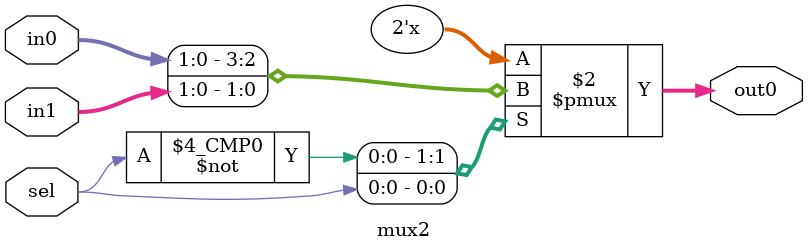
<source format=v>
module mux2
(
   input wire [1:0]in0,
   input wire [1:0]in1, 
   input wire sel,
   output reg [1:0]out0
);

always @ (*)
begin
    case(sel)
        0: begin out0=in0; end
        1: begin out0=in1; end
    endcase
end

endmodule
</source>
